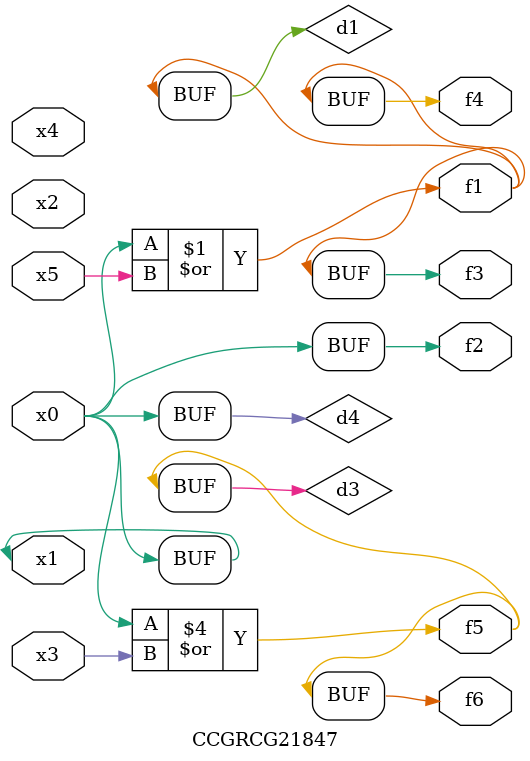
<source format=v>
module CCGRCG21847(
	input x0, x1, x2, x3, x4, x5,
	output f1, f2, f3, f4, f5, f6
);

	wire d1, d2, d3, d4;

	or (d1, x0, x5);
	xnor (d2, x1, x4);
	or (d3, x0, x3);
	buf (d4, x0, x1);
	assign f1 = d1;
	assign f2 = d4;
	assign f3 = d1;
	assign f4 = d1;
	assign f5 = d3;
	assign f6 = d3;
endmodule

</source>
